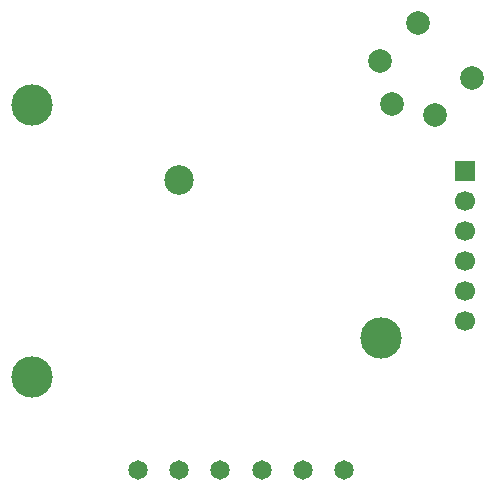
<source format=gbs>
G04 #@! TF.GenerationSoftware,KiCad,Pcbnew,9.0.1*
G04 #@! TF.CreationDate,2025-05-14T09:26:50-05:00*
G04 #@! TF.ProjectId,Incipit11,496e6369-7069-4743-9131-2e6b69636164,A*
G04 #@! TF.SameCoordinates,Original*
G04 #@! TF.FileFunction,Soldermask,Bot*
G04 #@! TF.FilePolarity,Negative*
%FSLAX46Y46*%
G04 Gerber Fmt 4.6, Leading zero omitted, Abs format (unit mm)*
G04 Created by KiCad (PCBNEW 9.0.1) date 2025-05-14 09:26:50*
%MOMM*%
%LPD*%
G01*
G04 APERTURE LIST*
%ADD10C,1.650000*%
%ADD11R,1.700000X1.700000*%
%ADD12C,1.700000*%
%ADD13C,2.600000*%
%ADD14C,3.500000*%
%ADD15C,2.000000*%
%ADD16C,2.500000*%
G04 APERTURE END LIST*
D10*
X137400000Y-107600000D03*
X140900000Y-107600000D03*
X144400000Y-107600000D03*
X147900000Y-107600000D03*
X151400000Y-107600000D03*
X154900000Y-107600000D03*
D11*
X165100000Y-82350000D03*
D12*
X165100000Y-84890000D03*
X165100000Y-87430000D03*
X165100000Y-89970000D03*
X165100000Y-92510000D03*
X165100000Y-95050000D03*
D13*
X128500000Y-76750000D03*
D14*
X128500000Y-76750000D03*
D15*
X162555826Y-77610369D03*
X157959632Y-73014175D03*
X165737806Y-74428389D03*
X161141612Y-69832195D03*
X158949581Y-76620420D03*
D13*
X128500000Y-99750000D03*
D14*
X128500000Y-99750000D03*
D13*
X158000000Y-96500000D03*
D14*
X158000000Y-96500000D03*
D16*
X140900000Y-83100000D03*
M02*

</source>
